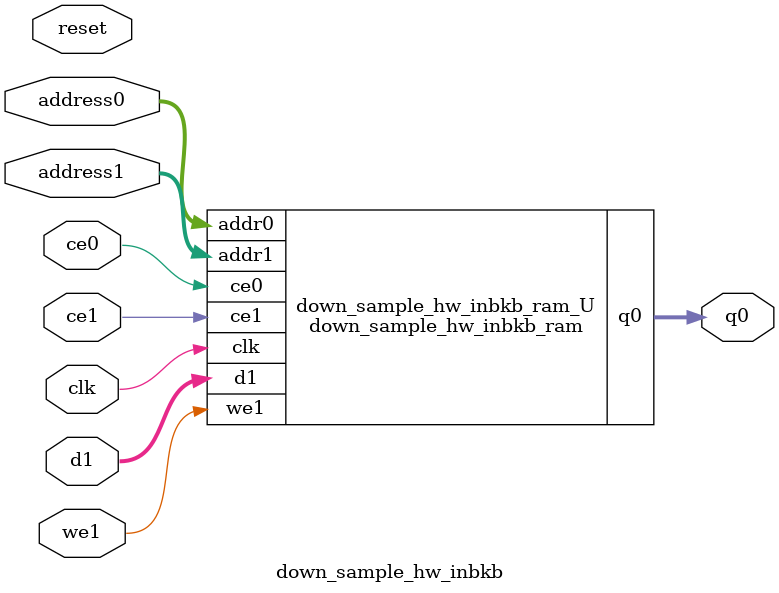
<source format=v>
`timescale 1 ns / 1 ps
module down_sample_hw_inbkb_ram (addr0, ce0, q0, addr1, ce1, d1, we1,  clk);

parameter DWIDTH = 16;
parameter AWIDTH = 6;
parameter MEM_SIZE = 62;

input[AWIDTH-1:0] addr0;
input ce0;
output reg[DWIDTH-1:0] q0;
input[AWIDTH-1:0] addr1;
input ce1;
input[DWIDTH-1:0] d1;
input we1;
input clk;

(* ram_style = "distributed" *)reg [DWIDTH-1:0] ram[0:MEM_SIZE-1];




always @(posedge clk)  
begin 
    if (ce0) begin
        q0 <= ram[addr0];
    end
end


always @(posedge clk)  
begin 
    if (ce1) begin
        if (we1) 
            ram[addr1] <= d1; 
    end
end


endmodule

`timescale 1 ns / 1 ps
module down_sample_hw_inbkb(
    reset,
    clk,
    address0,
    ce0,
    q0,
    address1,
    ce1,
    we1,
    d1);

parameter DataWidth = 32'd16;
parameter AddressRange = 32'd62;
parameter AddressWidth = 32'd6;
input reset;
input clk;
input[AddressWidth - 1:0] address0;
input ce0;
output[DataWidth - 1:0] q0;
input[AddressWidth - 1:0] address1;
input ce1;
input we1;
input[DataWidth - 1:0] d1;



down_sample_hw_inbkb_ram down_sample_hw_inbkb_ram_U(
    .clk( clk ),
    .addr0( address0 ),
    .ce0( ce0 ),
    .q0( q0 ),
    .addr1( address1 ),
    .ce1( ce1 ),
    .we1( we1 ),
    .d1( d1 ));

endmodule


</source>
